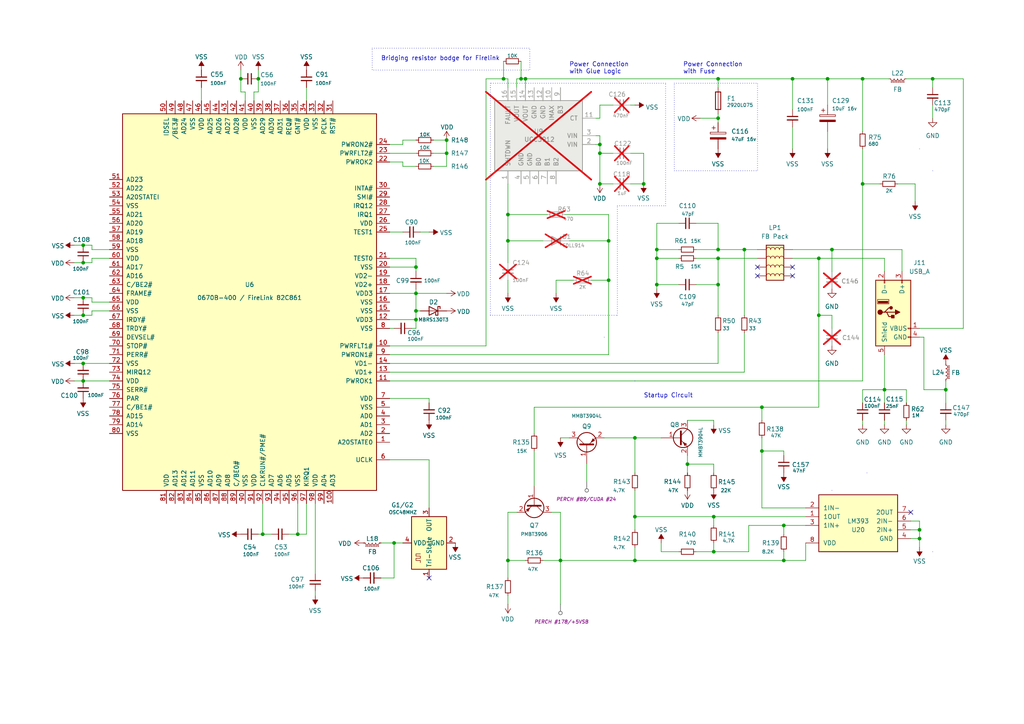
<source format=kicad_sch>
(kicad_sch (version 20230121) (generator eeschema)
  (paper "A4")
  (title_block (title "Power Macintosh G3 (Beige) Whisper Personality Card USB Mod") (date "2025-03-09") (rev "5") (company "Schematic by @croissantking on the 68kMLA forums with invaluable help from @phipli"))
  (junction (at 270.51 22.86))
  (junction (at 24.13 91.44))
  (junction (at 120.65 77.47))
  (junction (at 162.56 162.56))
  (junction (at 74.93 22.86))
  (junction (at 76.2 154.94))
  (junction (at 190.5 72.39))
  (junction (at 190.5 74.93))
  (junction (at 69.85 22.86))
  (junction (at 173.99 41.91))
  (junction (at 24.13 86.36))
  (junction (at 227.33 162.56))
  (junction (at 199.39 134.62))
  (junction (at 24.13 71.12))
  (junction (at 240.03 22.86))
  (junction (at 266.7 156.21))
  (junction (at 184.15 162.56))
  (junction (at 208.28 22.86))
  (junction (at 250.19 53.34))
  (junction (at 120.65 92.71))
  (junction (at 24.13 105.41))
  (junction (at 147.32 69.85))
  (junction (at 229.87 22.86))
  (junction (at 173.99 44.45))
  (junction (at 186.69 53.34))
  (junction (at 215.9 72.39))
  (junction (at 237.49 91.44))
  (junction (at 24.13 110.49))
  (junction (at 176.53 81.28))
  (junction (at 208.28 72.39))
  (junction (at 184.15 127))
  (junction (at 152.4 22.86))
  (junction (at 120.65 90.17))
  (junction (at 147.32 162.56))
  (junction (at 237.49 74.93))
  (junction (at 220.98 118.11))
  (junction (at 147.32 62.23))
  (junction (at 266.7 153.67))
  (junction (at 207.01 149.86))
  (junction (at 129.54 40.64))
  (junction (at 24.13 76.2))
  (junction (at 241.3 72.39))
  (junction (at 250.19 22.86))
  (junction (at 190.5 82.55))
  (junction (at 274.32 113.03))
  (junction (at 173.99 53.34))
  (junction (at 184.15 149.86))
  (junction (at 208.28 74.93))
  (junction (at 256.54 113.03))
  (junction (at 176.53 69.85))
  (junction (at 114.3 157.48))
  (junction (at 207.01 160.02))
  (junction (at 208.28 82.55))
  (junction (at 208.28 34.29))
  (junction (at 151.13 22.86))
  (junction (at 86.36 154.94))
  (junction (at 120.65 85.09))
  (junction (at 146.05 22.86))
  (junction (at 129.54 44.45))
  (junction (at 227.33 152.4))
  (junction (at 220.98 130.81))
  (no_connect (at 229.87 80.01))
  (no_connect (at 219.71 77.47))
  (no_connect (at 264.16 148.59))
  (no_connect (at 124.46 167.64))
  (no_connect (at 219.71 80.01))
  (no_connect (at 229.87 77.47))
  (wire (pts (xy 71.12 26.67) (xy 71.12 29.21)))
  (wire (pts (xy 157.48 162.56) (xy 162.56 162.56)))
  (wire (pts (xy 24.13 110.49) (xy 31.75 110.49)))
  (wire (pts (xy 229.87 74.93) (xy 237.49 74.93)))
  (wire (pts (xy 256.54 121.92) (xy 256.54 123.19)))
  (wire (pts (xy 274.32 123.19) (xy 274.32 121.92)))
  (wire (pts (xy 171.45 81.28) (xy 176.53 81.28)))
  (wire (pts (xy 152.4 22.86) (xy 152.4 25.4)))
  (wire (pts (xy 270.51 25.4) (xy 270.51 22.86)))
  (wire (pts (xy 184.15 30.48) (xy 182.88 30.48)))
  (wire (pts (xy 215.9 96.52) (xy 215.9 107.95)))
  (wire (pts (xy 24.13 86.36) (xy 26.67 86.36)))
  (wire (pts (xy 208.28 22.86) (xy 208.28 25.4)))
  (wire (pts (xy 190.5 72.39) (xy 190.5 74.93)))
  (wire (pts (xy 207.01 149.86) (xy 233.68 149.86)))
  (wire (pts (xy 21.59 91.44) (xy 24.13 91.44)))
  (wire (pts (xy 208.28 74.93) (xy 208.28 82.55)))
  (wire (pts (xy 170.18 139.7) (xy 170.18 134.62)))
  (wire (pts (xy 279.4 22.86) (xy 279.4 95.25)))
  (wire (pts (xy 250.19 116.84) (xy 250.19 113.03)))
  (wire (pts (xy 229.87 22.86) (xy 240.03 22.86)))
  (wire (pts (xy 163.83 62.23) (xy 176.53 62.23)))
  (wire (pts (xy 83.82 154.94) (xy 86.36 154.94)))
  (wire (pts (xy 24.13 71.12) (xy 26.67 71.12)))
  (wire (pts (xy 73.66 29.21) (xy 73.66 26.67)))
  (wire (pts (xy 184.15 127) (xy 191.77 127)))
  (wire (pts (xy 184.15 162.56) (xy 227.33 162.56)))
  (wire (pts (xy 129.54 40.64) (xy 129.54 44.45)))
  (wire (pts (xy 113.03 115.57) (xy 124.46 115.57)))
  (wire (pts (xy 147.32 172.72) (xy 147.32 175.26)))
  (polyline (pts (xy 193.04 59.69) (xy 193.04 24.13)) (stroke (width 0) (type dot)))
  (wire (pts (xy 173.99 30.48) (xy 177.8 30.48)))
  (wire (pts (xy 74.93 20.32) (xy 74.93 22.86)))
  (wire (pts (xy 237.49 74.93) (xy 237.49 91.44)))
  (wire (pts (xy 176.53 62.23) (xy 176.53 69.85)))
  (wire (pts (xy 270.51 22.86) (xy 279.4 22.86)))
  (wire (pts (xy 152.4 22.86) (xy 208.28 22.86)))
  (wire (pts (xy 151.13 22.86) (xy 152.4 22.86)))
  (wire (pts (xy 76.2 146.05) (xy 76.2 154.94)))
  (wire (pts (xy 113.03 107.95) (xy 215.9 107.95)))
  (wire (pts (xy 229.87 72.39) (xy 241.3 72.39)))
  (wire (pts (xy 113.03 105.41) (xy 208.28 105.41)))
  (wire (pts (xy 162.56 162.56) (xy 162.56 175.26)))
  (wire (pts (xy 74.93 154.94) (xy 76.2 154.94)))
  (wire (pts (xy 199.39 134.62) (xy 199.39 137.16)))
  (wire (pts (xy 250.19 43.18) (xy 250.19 53.34)))
  (wire (pts (xy 191.77 157.48) (xy 191.77 160.02)))
  (wire (pts (xy 274.32 113.03) (xy 274.32 110.49)))
  (wire (pts (xy 233.68 157.48) (xy 233.68 162.56)))
  (wire (pts (xy 177.8 53.34) (xy 173.99 53.34)))
  (wire (pts (xy 173.99 30.48) (xy 173.99 34.29)))
  (wire (pts (xy 69.85 26.67) (xy 71.12 26.67)))
  (wire (pts (xy 250.19 121.92) (xy 250.19 123.19)))
  (wire (pts (xy 113.03 44.45) (xy 120.65 44.45)))
  (wire (pts (xy 184.15 149.86) (xy 184.15 153.67)))
  (wire (pts (xy 26.67 91.44) (xy 24.13 91.44)))
  (wire (pts (xy 190.5 74.93) (xy 196.85 74.93)))
  (wire (pts (xy 220.98 147.32) (xy 233.68 147.32)))
  (wire (pts (xy 262.89 113.03) (xy 262.89 116.84)))
  (wire (pts (xy 207.01 160.02) (xy 207.01 157.48)))
  (wire (pts (xy 237.49 91.44) (xy 237.49 118.11)))
  (wire (pts (xy 146.05 22.86) (xy 140.97 22.86)))
  (wire (pts (xy 129.54 40.64) (xy 125.73 40.64)))
  (wire (pts (xy 26.67 74.93) (xy 31.75 74.93)))
  (polyline (pts (xy 142.24 24.13) (xy 142.24 91.44)) (stroke (width 0) (type dot)))
  (wire (pts (xy 162.56 148.59) (xy 162.56 162.56)))
  (wire (pts (xy 208.28 72.39) (xy 215.9 72.39)))
  (wire (pts (xy 21.59 110.49) (xy 24.13 110.49)))
  (wire (pts (xy 149.86 25.4) (xy 149.86 22.86)))
  (wire (pts (xy 173.99 34.29) (xy 172.72 34.29)))
  (wire (pts (xy 91.44 171.45) (xy 91.44 172.72)))
  (wire (pts (xy 266.7 156.21) (xy 266.7 158.75)))
  (wire (pts (xy 267.97 113.03) (xy 274.32 113.03)))
  (wire (pts (xy 154.94 130.81) (xy 154.94 140.97)))
  (wire (pts (xy 165.1 69.85) (xy 176.53 69.85)))
  (wire (pts (xy 229.87 22.86) (xy 229.87 31.75)))
  (wire (pts (xy 129.54 44.45) (xy 129.54 48.26)))
  (wire (pts (xy 116.84 40.64) (xy 120.65 40.64)))
  (wire (pts (xy 190.5 82.55) (xy 190.5 83.82)))
  (wire (pts (xy 227.33 152.4) (xy 227.33 154.94)))
  (wire (pts (xy 162.56 127) (xy 165.1 127)))
  (polyline (pts (xy 142.24 91.44) (xy 179.07 91.44)) (stroke (width 0) (type dot)))
  (wire (pts (xy 250.19 113.03) (xy 256.54 113.03)))
  (wire (pts (xy 184.15 127) (xy 184.15 137.16)))
  (wire (pts (xy 256.54 74.93) (xy 256.54 78.74)))
  (wire (pts (xy 147.32 62.23) (xy 147.32 69.85)))
  (wire (pts (xy 147.32 53.34) (xy 147.32 62.23)))
  (wire (pts (xy 173.99 41.91) (xy 173.99 44.45)))
  (wire (pts (xy 161.29 81.28) (xy 161.29 85.09)))
  (wire (pts (xy 208.28 82.55) (xy 208.28 91.44)))
  (wire (pts (xy 26.67 74.93) (xy 26.67 76.2)))
  (wire (pts (xy 147.32 62.23) (xy 158.75 62.23)))
  (wire (pts (xy 266.7 95.25) (xy 279.4 95.25)))
  (wire (pts (xy 199.39 134.62) (xy 199.39 132.08)))
  (wire (pts (xy 154.94 118.11) (xy 154.94 125.73)))
  (wire (pts (xy 207.01 134.62) (xy 207.01 137.16)))
  (wire (pts (xy 113.03 41.91) (xy 116.84 41.91)))
  (wire (pts (xy 201.93 160.02) (xy 207.01 160.02)))
  (wire (pts (xy 264.16 151.13) (xy 266.7 151.13)))
  (wire (pts (xy 147.32 148.59) (xy 149.86 148.59)))
  (wire (pts (xy 262.89 22.86) (xy 270.51 22.86)))
  (wire (pts (xy 182.88 44.45) (xy 186.69 44.45)))
  (wire (pts (xy 267.97 97.79) (xy 267.97 113.03)))
  (wire (pts (xy 266.7 153.67) (xy 266.7 156.21)))
  (wire (pts (xy 149.86 22.86) (xy 151.13 22.86)))
  (wire (pts (xy 190.5 82.55) (xy 196.85 82.55)))
  (wire (pts (xy 113.03 77.47) (xy 120.65 77.47)))
  (wire (pts (xy 21.59 76.2) (xy 24.13 76.2)))
  (wire (pts (xy 201.93 82.55) (xy 208.28 82.55)))
  (wire (pts (xy 240.03 22.86) (xy 250.19 22.86)))
  (wire (pts (xy 184.15 127) (xy 175.26 127)))
  (wire (pts (xy 184.15 158.75) (xy 184.15 162.56)))
  (wire (pts (xy 114.3 167.64) (xy 114.3 157.48)))
  (wire (pts (xy 177.8 44.45) (xy 173.99 44.45)))
  (wire (pts (xy 147.32 162.56) (xy 147.32 167.64)))
  (wire (pts (xy 120.65 90.17) (xy 120.65 92.71)))
  (wire (pts (xy 26.67 90.17) (xy 31.75 90.17)))
  (wire (pts (xy 147.32 25.4) (xy 147.32 22.86)))
  (wire (pts (xy 207.01 134.62) (xy 199.39 134.62)))
  (wire (pts (xy 113.03 92.71) (xy 120.65 92.71)))
  (wire (pts (xy 147.32 148.59) (xy 147.32 162.56)))
  (wire (pts (xy 186.69 44.45) (xy 186.69 53.34)))
  (wire (pts (xy 124.46 133.35) (xy 124.46 147.32)))
  (wire (pts (xy 113.03 110.49) (xy 250.19 110.49)))
  (wire (pts (xy 208.28 64.77) (xy 208.28 72.39)))
  (polyline (pts (xy 179.07 59.69) (xy 193.04 59.69)) (stroke (width 0) (type dot)))
  (wire (pts (xy 73.66 26.67) (xy 74.93 26.67)))
  (wire (pts (xy 240.03 30.48) (xy 240.03 22.86)))
  (wire (pts (xy 274.32 116.84) (xy 274.32 113.03)))
  (wire (pts (xy 250.19 22.86) (xy 257.81 22.86)))
  (wire (pts (xy 88.9 146.05) (xy 88.9 154.94)))
  (wire (pts (xy 116.84 46.99) (xy 113.03 46.99)))
  (wire (pts (xy 21.59 71.12) (xy 24.13 71.12)))
  (wire (pts (xy 146.05 17.78) (xy 146.05 22.86)))
  (wire (pts (xy 120.65 83.82) (xy 120.65 85.09)))
  (wire (pts (xy 154.94 118.11) (xy 220.98 118.11)))
  (wire (pts (xy 24.13 105.41) (xy 31.75 105.41)))
  (wire (pts (xy 241.3 72.39) (xy 261.62 72.39)))
  (polyline (pts (xy 193.04 24.13) (xy 142.24 24.13)) (stroke (width 0) (type dot)))
  (wire (pts (xy 125.73 48.26) (xy 129.54 48.26)))
  (wire (pts (xy 215.9 72.39) (xy 215.9 91.44)))
  (wire (pts (xy 237.49 91.44) (xy 241.3 91.44)))
  (wire (pts (xy 120.65 92.71) (xy 120.65 95.25)))
  (wire (pts (xy 256.54 113.03) (xy 256.54 116.84)))
  (wire (pts (xy 86.36 146.05) (xy 86.36 154.94)))
  (wire (pts (xy 241.3 95.25) (xy 241.3 91.44)))
  (wire (pts (xy 113.03 133.35) (xy 124.46 133.35)))
  (wire (pts (xy 260.35 53.34) (xy 265.43 53.34)))
  (wire (pts (xy 58.42 25.4) (xy 58.42 29.21)))
  (wire (pts (xy 190.5 72.39) (xy 196.85 72.39)))
  (wire (pts (xy 91.44 146.05) (xy 91.44 166.37)))
  (wire (pts (xy 120.65 74.93) (xy 120.65 77.47)))
  (wire (pts (xy 21.59 105.41) (xy 24.13 105.41)))
  (wire (pts (xy 116.84 40.64) (xy 116.84 41.91)))
  (wire (pts (xy 227.33 130.81) (xy 227.33 132.08)))
  (wire (pts (xy 265.43 53.34) (xy 265.43 58.42)))
  (wire (pts (xy 227.33 162.56) (xy 233.68 162.56)))
  (wire (pts (xy 261.62 72.39) (xy 261.62 78.74)))
  (wire (pts (xy 256.54 102.87) (xy 256.54 113.03)))
  (wire (pts (xy 113.03 67.31) (xy 116.84 67.31)))
  (wire (pts (xy 147.32 81.28) (xy 147.32 85.09)))
  (wire (pts (xy 250.19 53.34) (xy 250.19 110.49)))
  (wire (pts (xy 113.03 74.93) (xy 120.65 74.93)))
  (wire (pts (xy 74.93 22.86) (xy 74.93 26.67)))
  (polyline (pts (xy 179.07 91.44) (xy 179.07 59.69)) (stroke (width 0) (type dot)))
  (wire (pts (xy 116.84 48.26) (xy 116.84 46.99)))
  (wire (pts (xy 140.97 22.86) (xy 140.97 100.33)))
  (wire (pts (xy 266.7 151.13) (xy 266.7 153.67)))
  (wire (pts (xy 227.33 152.4) (xy 233.68 152.4)))
  (wire (pts (xy 88.9 25.4) (xy 88.9 29.21)))
  (wire (pts (xy 173.99 39.37) (xy 172.72 39.37)))
  (wire (pts (xy 26.67 90.17) (xy 26.67 91.44)))
  (wire (pts (xy 151.13 17.78) (xy 151.13 22.86)))
  (wire (pts (xy 120.65 95.25) (xy 119.38 95.25)))
  (wire (pts (xy 176.53 69.85) (xy 176.53 81.28)))
  (wire (pts (xy 201.93 72.39) (xy 208.28 72.39)))
  (wire (pts (xy 113.03 95.25) (xy 114.3 95.25)))
  (wire (pts (xy 196.85 160.02) (xy 191.77 160.02)))
  (wire (pts (xy 237.49 74.93) (xy 256.54 74.93)))
  (wire (pts (xy 110.49 157.48) (xy 114.3 157.48)))
  (wire (pts (xy 208.28 22.86) (xy 229.87 22.86)))
  (wire (pts (xy 69.85 22.86) (xy 69.85 26.67)))
  (wire (pts (xy 220.98 130.81) (xy 220.98 147.32)))
  (wire (pts (xy 220.98 127) (xy 220.98 130.81)))
  (wire (pts (xy 227.33 160.02) (xy 227.33 162.56)))
  (wire (pts (xy 121.92 90.17) (xy 120.65 90.17)))
  (wire (pts (xy 120.65 85.09) (xy 129.54 85.09)))
  (wire (pts (xy 256.54 113.03) (xy 262.89 113.03)))
  (wire (pts (xy 186.69 53.34) (xy 182.88 53.34)))
  (wire (pts (xy 208.28 96.52) (xy 208.28 105.41)))
  (wire (pts (xy 120.65 77.47) (xy 120.65 78.74)))
  (wire (pts (xy 110.49 167.64) (xy 114.3 167.64)))
  (wire (pts (xy 26.67 72.39) (xy 26.67 71.12)))
  (wire (pts (xy 262.89 121.92) (xy 262.89 123.19)))
  (wire (pts (xy 21.59 86.36) (xy 24.13 86.36)))
  (wire (pts (xy 76.2 154.94) (xy 78.74 154.94)))
  (wire (pts (xy 166.37 81.28) (xy 161.29 81.28)))
  (wire (pts (xy 215.9 72.39) (xy 219.71 72.39)))
  (wire (pts (xy 162.56 162.56) (xy 184.15 162.56)))
  (wire (pts (xy 208.28 33.02) (xy 208.28 34.29)))
  (wire (pts (xy 201.93 74.93) (xy 208.28 74.93)))
  (wire (pts (xy 160.02 148.59) (xy 162.56 148.59)))
  (wire (pts (xy 124.46 116.84) (xy 124.46 115.57)))
  (wire (pts (xy 31.75 72.39) (xy 26.67 72.39)))
  (wire (pts (xy 220.98 118.11) (xy 220.98 121.92)))
  (wire (pts (xy 26.67 87.63) (xy 26.67 86.36)))
  (wire (pts (xy 264.16 153.67) (xy 266.7 153.67)))
  (wire (pts (xy 120.65 85.09) (xy 120.65 90.17)))
  (wire (pts (xy 190.5 74.93) (xy 190.5 82.55)))
  (wire (pts (xy 208.28 74.93) (xy 219.71 74.93)))
  (wire (pts (xy 86.36 154.94) (xy 88.9 154.94)))
  (wire (pts (xy 199.39 121.92) (xy 207.01 121.92)))
  (wire (pts (xy 113.03 85.09) (xy 120.65 85.09)))
  (wire (pts (xy 190.5 64.77) (xy 196.85 64.77)))
  (wire (pts (xy 227.33 130.81) (xy 220.98 130.81)))
  (wire (pts (xy 173.99 39.37) (xy 173.99 41.91)))
  (wire (pts (xy 264.16 156.21) (xy 266.7 156.21)))
  (wire (pts (xy 217.17 160.02) (xy 217.17 152.4)))
  (wire (pts (xy 114.3 157.48) (xy 116.84 157.48)))
  (wire (pts (xy 173.99 44.45) (xy 173.99 53.34)))
  (wire (pts (xy 208.28 34.29) (xy 208.28 35.56)))
  (wire (pts (xy 176.53 81.28) (xy 176.53 102.87)))
  (wire (pts (xy 147.32 69.85) (xy 157.48 69.85)))
  (wire (pts (xy 173.99 41.91) (xy 172.72 41.91)))
  (wire (pts (xy 116.84 48.26) (xy 120.65 48.26)))
  (wire (pts (xy 229.87 36.83) (xy 229.87 43.18)))
  (wire (pts (xy 250.19 22.86) (xy 250.19 38.1)))
  (wire (pts (xy 113.03 100.33) (xy 140.97 100.33)))
  (wire (pts (xy 184.15 149.86) (xy 207.01 149.86)))
  (wire (pts (xy 121.92 67.31) (xy 124.46 67.31)))
  (wire (pts (xy 217.17 152.4) (xy 227.33 152.4)))
  (wire (pts (xy 184.15 142.24) (xy 184.15 149.86)))
  (wire (pts (xy 147.32 22.86) (xy 146.05 22.86)))
  (wire (pts (xy 240.03 38.1) (xy 240.03 43.18)))
  (wire (pts (xy 207.01 160.02) (xy 217.17 160.02)))
  (wire (pts (xy 220.98 118.11) (xy 237.49 118.11)))
  (wire (pts (xy 207.01 121.92) (xy 207.01 123.19)))
  (wire (pts (xy 190.5 64.77) (xy 190.5 72.39)))
  (wire (pts (xy 207.01 149.86) (xy 207.01 152.4)))
  (wire (pts (xy 270.51 30.48) (xy 270.51 34.29)))
  (wire (pts (xy 241.3 72.39) (xy 241.3 78.74)))
  (wire (pts (xy 147.32 162.56) (xy 152.4 162.56)))
  (wire (pts (xy 255.27 53.34) (xy 250.19 53.34)))
  (wire (pts (xy 147.32 69.85) (xy 147.32 76.2)))
  (wire (pts (xy 129.54 44.45) (xy 125.73 44.45)))
  (wire (pts (xy 201.93 64.77) (xy 208.28 64.77)))
  (wire (pts (xy 69.85 20.32) (xy 69.85 22.86)))
  (wire (pts (xy 113.03 102.87) (xy 176.53 102.87)))
  (wire (pts (xy 267.97 97.79) (xy 266.7 97.79)))
  (wire (pts (xy 203.2 34.29) (xy 208.28 34.29)))
  (wire (pts (xy 26.67 87.63) (xy 31.75 87.63)))
  (wire (pts (xy 26.67 76.2) (xy 24.13 76.2)))
  (rectangle (start 270.51 49.53) (end 270.51 49.53))
  (rectangle (start 142.24 25.4) (end 142.24 25.4))
  (rectangle (start 195.58 24.13) (end 219.71 49.53) (stroke (width 0) (type dot)))
  (rectangle (start 175.26 97.79) (end 175.26 97.79))
  (rectangle (start 107.95 13.97) (end 153.67 20.32) (stroke (width 0) (type dot)))
  (rectangle (start 184.15 110.49) (end 184.15 110.49))
  (rectangle (start 241.3 142.24) (end 241.3 142.24))
  (rectangle (start 270.51 160.02) (end 270.51 160.02))
  (rectangle (start 251.46 137.16) (end 251.46 137.16))
  (rectangle (start 113.03 67.31) (end 113.03 67.31))
  (rectangle (start 266.7 43.18) (end 266.7 43.18))
  (text "Startup Circuit" (at 186.69 115.57 0) (effects (font (size 1.27 1.27)) (justify left bottom)))
  (text "Power Connection\nwith Glue Logic" (at 165.1 21.59 0) (effects (font (size 1.27 1.27)) (justify left bottom)))
  (text "Power Connection\nwith Fuse" (at 198.12 21.59 0) (effects (font (size 1.27 1.27)) (justify left bottom)))
  (text "Bridging resistor bodge for Firelink" (at 110.49 17.78 0) (effects (font (size 1.27 1.27)) (justify left bottom)))
  (netclass_flag "" (length 2.54) (shape round) (at 170.18 139.7 180) (property "Netclass" "PERCH #89/CUDA #24" (at 161.29 144.78 0) (effects (font (size 1 1) italic) (justify left))))
  (netclass_flag "" (length 2.54) (shape round) (at 162.56 175.26 180) (property "Netclass" "PERCH #178/+5VSB" (at 154.94 180.34 0) (effects (font (size 1 1) italic) (justify left))))
  (symbol (lib_id "power:VDD") (at 173.99 53.34 180) (unit 1)
    (property "Reference" "#PWR012" (effects hide))
    (property "Value" "VDD" (at 175.8662 57.5502 0) (effects (justify left)))
  )
  (symbol (lib_id "Device:C_Small") (at 180.34 44.45 270) (unit 1) (dnp yes)
    (property "Reference" "C122" (at 178.0736 41.6361 90) (effects (justify left)))
    (property "Value" "100nF" (at 178.6893 47.2907 90) (effects (font (size 1 1)) (justify left)))
  )
  (symbol (lib_id "Transistor_BJT:MMBT3906") (at 154.94 146.05 270) (unit 1)
    (property "Reference" "Q7" (at 154.94 152.4 90))
    (property "Value" "PMBT3906" (at 154.94 154.94 90) (effects (font (size 1 1))))
    (property "Footprint" "Package_TO_SOT_SMD:SOT-23" (effects hide))
    (property "Datasheet" "https://www.onsemi.com/pub/Collateral/2N3906-D.PDF" (effects hide))
  )
  (symbol (lib_id "Transistor_BJT:MMBT3906") (at 170.18 129.54 90) (unit 1)
    (property "Reference" "Q9" (at 170.1799 123.6555 90))
    (property "Value" "MMBT3904L" (at 170.18 120.65 90) (effects (font (size 1 1))))
    (property "Footprint" "Package_TO_SOT_SMD:SOT-23" (effects hide))
    (property "Datasheet" "https://www.onsemi.com/pub/Collateral/2N3906-D.PDF" (effects hide))
  )
  (symbol (lib_id "Device:C_Small") (at 124.46 119.38 180) (unit 1)
    (property "Reference" "C92" (at 130.8014 119.0568 0) (effects (justify left)))
    (property "Value" "100nF" (at 131.1109 121.1465 0) (effects (font (size 1 1)) (justify left)))
  )
  (symbol (lib_id "power:VSS") (at 227.33 137.16 180) (unit 1)
    (property "Reference" "#PWR07" (effects hide))
    (property "Value" "VSS" (at 227.3309 141.2079 0))
  )
  (symbol (lib_id "power:VSS") (at 74.93 20.32 0) (unit 1)
    (property "Reference" "#PWR030" (effects hide))
    (property "Value" "VSS" (at 74.93 16.51 0))
  )
  (symbol (lib_id "Device:R_Small") (at 257.81 53.34 270) (unit 1)
    (property "Reference" "R76" (at 255.9613 51.1432 90) (effects (justify left)))
    (property "Value" "2K" (at 256.8505 55.3229 90) (effects (font (size 1 1)) (justify left)))
  )
  (symbol (lib_id "Device:R_Small") (at 147.32 170.18 180) (unit 1)
    (property "Reference" "R137" (at 146.05 170.18 0) (effects (justify left)))
    (property "Value" "47K" (at 144.78 172.72 0) (effects (font (size 1 1)) (justify left)))
  )
  (symbol (lib_id "Device:R_Small") (at 123.19 40.64 90) (unit 1)
    (property "Reference" "R148" (at 135.89 40.64 90) (effects (justify left)))
    (property "Value" "10K" (at 124.7672 39.048 90) (effects (font (size 1 1)) (justify left)))
  )
  (symbol (lib_id "power:VSS") (at 265.43 58.42 180) (unit 1)
    (property "Reference" "#PWR025" (effects hide))
    (property "Value" "VSS" (at 265.3969 62.8155 0))
  )
  (symbol (lib_id "Device:R_Small") (at 168.91 81.28 270) (unit 1) (dnp yes)
    (property "Reference" "R64" (at 167.0804 79.2699 90) (effects (justify left)))
    (property "Value" "2K" (at 167.9063 83.2509 90) (effects (font (size 1 1)) (justify left)))
  )
  (symbol (lib_id "power:VSS") (at 207.01 142.24 180) (unit 1)
    (property "Reference" "#PWR019" (effects hide))
    (property "Value" "VSS" (at 207.0126 146.571 0))
  )
  (symbol (lib_id "power:VSS") (at 190.5 83.82 180) (unit 1)
    (property "Reference" "#PWR017" (effects hide))
    (property "Value" "VSS" (at 190.4669 88.2155 0))
  )
  (symbol (lib_id "Device:R_Small") (at 123.19 48.26 90) (unit 1)
    (property "Reference" "R146" (at 135.89 48.26 90) (effects (justify left)))
    (property "Value" "10K" (at 124.6218 46.644 90) (effects (font (size 1 1)) (justify left)))
  )
  (symbol (lib_id "Connector:USB_A") (at 259.08 92.71 0) (unit 1)
    (property "Reference" "J11" (at 266.7 76.2 0))
    (property "Value" "USB_A" (at 266.7 78.74 0))
    (property "Datasheet" " ~" (effects hide))
  )
  (symbol (lib_id "power:VSS") (at 274.32 105.41 0) (unit 1)
    (property "Reference" "#PWR048" (effects hide))
    (property "Value" "VSS" (at 274.32 101.6 0))
  )
  (symbol (lib_id "power:VSS") (at 240.03 43.18 180) (unit 1)
    (property "Reference" "#PWR023" (effects hide))
    (property "Value" "VSS" (at 239.9969 47.5755 0))
  )
  (symbol (lib_id "Device:L_Pack04") (at 224.79 77.47 90) (mirror x) (unit 1)
    (property "Reference" "LP1" (at 224.79 66.04 90))
    (property "Value" "FB Pack" (at 224.79 68.58 90))
  )
  (symbol (lib_id "Device:R_Small") (at 154.94 162.56 270) (unit 1)
    (property "Reference" "R136" (at 152.4398 160.3613 90) (effects (justify left)))
    (property "Value" "47K" (at 153.035 165.1 90) (effects (font (size 1 1)) (justify left)))
  )
  (symbol (lib_name "GND_1") (lib_id "power:GND") (at 270.51 34.29 0) (unit 1)
    (property "Reference" "#PWR03" (effects hide))
    (property "Value" "GND" (at 270.51 39.37 0))
  )
  (symbol (lib_id "power:VSS") (at 21.59 91.44 90) (unit 1)
    (property "Reference" "#PWR033" (effects hide))
    (property "Value" "VSS" (at 18.6745 91.6437 90) (effects (justify left)))
  )
  (symbol (lib_id "Device:R_Small") (at 215.9 93.98 0) (unit 1)
    (property "Reference" "R43" (at 217.0199 93.0761 0) (effects (justify left)))
    (property "Value" "33" (at 217.17 95.25 0) (effects (font (size 1 1)) (justify left)))
  )
  (symbol (lib_id "power:VSS") (at 21.59 71.12 90) (unit 1)
    (property "Reference" "#PWR032" (effects hide))
    (property "Value" "VSS" (at 18.6745 71.3237 90) (effects (justify left)))
  )
  (symbol (lib_id "Device:C_Small") (at 256.54 119.38 0) (unit 1)
    (property "Reference" "C115" (at 256.9109 115.7713 0) (effects (justify left)))
    (property "Value" "25nF" (at 256.8996 117.7983 0) (effects (font (size 1 1)) (justify left)))
  )
  (symbol (lib_id "power:VSS") (at 147.32 85.09 180) (unit 1)
    (property "Reference" "#PWR015" (effects hide))
    (property "Value" "VSS" (at 147.2869 89.4855 0))
  )
  (symbol (lib_id "power:VSS") (at 162.56 127 180) (unit 1)
    (property "Reference" "#PWR038" (effects hide))
    (property "Value" "VSS" (at 162.56 132.08 0))
  )
  (symbol (lib_id "Device:R_Small") (at 262.89 119.38 0) (unit 1)
    (property "Reference" "R62" (at 264.2328 118.6372 0) (effects (justify left)))
    (property "Value" "1M" (at 264.4812 120.4817 0) (effects (font (size 1 1)) (justify left)))
  )
  (symbol (lib_id "Device:R_Small") (at 199.39 160.02 90) (unit 1)
    (property "Reference" "R140" (at 201.93 154.94 90) (effects (justify left)))
    (property "Value" "470" (at 201.93 157.48 90) (effects (font (size 1 1)) (justify left)))
  )
  (symbol (lib_id "power:VSS") (at 91.44 172.72 180) (unit 1)
    (property "Reference" "#PWR018" (effects hide))
    (property "Value" "VSS" (at 91.4069 177.1155 0))
  )
  (symbol (lib_id "power:VSS") (at 229.87 43.18 180) (unit 1)
    (property "Reference" "#PWR022" (effects hide))
    (property "Value" "VSS" (at 229.8369 47.5755 0))
  )
  (symbol (lib_id "power:VSS") (at 184.15 30.48 270) (unit 1)
    (property "Reference" "#PWR014" (effects hide))
    (property "Value" "VSS" (at 187.257 31.1185 90) (effects (justify left)))
  )
  (symbol (lib_id "Device:C_Small") (at 147.32 78.74 0) (unit 1) (dnp yes)
    (property "Reference" "C124" (at 148.59 76.2 0) (effects (justify left)))
    (property "Value" "100nF" (at 148.59 81.28 0) (effects (font (size 1 1)) (justify left)))
  )
  (symbol (lib_id "Device:L_Ferrite_Small") (at 260.35 22.86 270) (unit 1)
    (property "Reference" "L22" (at 258.5178 21.2185 90) (effects (justify left)))
    (property "Value" "FB" (at 259.0495 25.9373 90) (effects (justify left)))
  )
  (symbol (lib_id "Device:R_Small") (at 220.98 124.46 0) (unit 1)
    (property "Reference" "R138" (at 222.25 124.46 0) (effects (justify left)))
    (property "Value" "47K" (at 223.52 126.365 0) (effects (font (size 1 1)) (justify left)))
  )
  (symbol (lib_id "Device:D") (at 161.29 69.85 180) (unit 1) (dnp yes)
    (property "Reference" "D1" (at 164.3565 68.6776 0))
    (property "Value" "FDLL914" (at 169.5936 71.2052 0) (effects (font (size 1 1)) (justify left)))
    (property "Sim.Device" "D" (effects hide))
    (property "Sim.Pins" "1=K 2=A" (effects hide))
  )
  (symbol (lib_id "MCU_Texas:LM3S6911-IQC50") (at 64.77 80.01 90) (unit 1)
    (property "Reference" "U6" (at 72.39 82.55 90))
    (property "Value" "0670B-400 / FireLink 82C861" (at 72.39 86.36 90))
    (property "Footprint" "Package_QFP:LQFP-100_14x14mm_P0.5mm" (effects hide))
    (property "Datasheet" "http://www.bitsavers.org/components/cmd/MAN-000670-000_USB0670_673_PCI-USB_ASIC_Rev_1.8_199903.pdf" (effects hide))
  )
  (symbol (lib_id "Device:L_Ferrite_Small") (at 107.95 157.48 270) (unit 1)
    (property "Reference" "L18" (at 106.1517 156.2574 90) (effects (justify left)))
    (property "Value" "FB" (at 106.7269 160.0442 90) (effects (justify left)))
  )
  (symbol (lib_id "Device:C_Small") (at 88.9 22.86 0) (unit 1)
    (property "Reference" "C91" (at 91.44 21.59 0) (effects (justify left)))
    (property "Value" "100nF" (at 91.44 24.13 0) (effects (font (size 1 1)) (justify left)))
  )
  (symbol (lib_id "Device:R_Small") (at 199.39 74.93 270) (unit 1)
    (property "Reference" "R5" (at 195.7797 77.3439 90) (effects (justify left)))
    (property "Value" "15K" (at 200.2803 77.2702 90) (effects (font (size 1 1)) (justify left)))
  )
  (symbol (lib_id "Device:C_Small") (at 91.44 168.91 180) (unit 1)
    (property "Reference" "C97" (at 88.1812 168.0678 0) (effects (justify left)))
    (property "Value" "100nF" (at 88.4453 170.141 0) (effects (font (size 1 1)) (justify left)))
  )
  (symbol (lib_name "GND_1") (lib_id "power:GND") (at 241.3 100.33 0) (unit 1)
    (property "Reference" "#PWR021" (effects hide))
    (property "Value" "GND" (at 241.3 105.41 0))
  )
  (symbol (lib_id "power:VSS") (at 69.85 154.94 90) (unit 1)
    (property "Reference" "#PWR036" (effects hide))
    (property "Value" "VSS" (at 66.9345 155.1437 90) (effects (justify left)))
  )
  (symbol (lib_id "Device:R_Small") (at 199.39 139.7 180) (unit 1)
    (property "Reference" "R144" (at 197.6184 139.6883 0) (effects (justify left)))
    (property "Value" "47K" (at 196.85 142.24 0) (effects (font (size 1 1)) (justify left)))
  )
  (symbol (lib_id "power:VSS") (at 191.77 157.48 0) (unit 1)
    (property "Reference" "#PWR028" (effects hide))
    (property "Value" "VSS" (at 191.77 153.67 0))
  )
  (symbol (lib_id "Device:R_Small") (at 161.29 62.23 90) (unit 1) (dnp yes)
    (property "Reference" "R63" (at 165.5925 60.6875 90) (effects (justify left)))
    (property "Value" "470" (at 166.37 63.5 90) (effects (font (size 1 1)) (justify left)))
  )
  (symbol (lib_name "LTC1865-S8_1") (lib_id "Analog_ADC:LTC1865-S8") (at 149.86 35.56 0) (unit 1) (dnp yes)
    (property "Reference" "U9" (at 156.21 38.1 0))
    (property "Value" "UCC3912" (at 151.9995 40.4433 0) (effects (justify left)))
    (property "Footprint" "Package_SO:SOIC-8_3.9x4.9mm_P1.27mm" (effects hide))
    (property "Datasheet" "https://www.analog.com/media/en/technical-documentation/data-sheets/18645fb.pdf" (effects hide))
  )
  (symbol (lib_id "Device:C_Small") (at 24.13 73.66 180) (unit 1)
    (property "Reference" "C108" (at 26.1779 69.5144 0) (effects (justify left)))
    (property "Value" "100nF" (at 25.8525 77.9759 0) (effects (font (size 1 1)) (justify left)))
  )
  (symbol (lib_id "power:VSS") (at 88.9 20.32 0) (unit 1)
    (property "Reference" "#PWR029" (effects hide))
    (property "Value" "VSS" (at 88.9 16.51 0))
  )
  (symbol (lib_id "Device:C_Small") (at 24.13 107.95 180) (unit 1)
    (property "Reference" "C98" (at 25.8599 102.0636 0) (effects (justify left)))
    (property "Value" "100nF" (at 25.8599 103.846 0) (effects (font (size 1 1)) (justify left)))
  )
  (symbol (lib_id "Device:R_Small") (at 184.15 139.7 0) (unit 1)
    (property "Reference" "R143" (at 177.8 139.7 0) (effects (justify left)))
    (property "Value" "4.7K" (at 177.8 142.24 0) (effects (font (size 1 1)) (justify left)))
  )
  (symbol (lib_name "C_Polarized_1") (lib_id "Device:C_Polarized") (at 208.28 39.37 0) (unit 1)
    (property "Reference" "C116" (at 212.09 38.1 0) (effects (justify left)))
    (property "Value" "47uF 16v" (at 212.09 40.386 0) (effects (font (size 1 1)) (justify left)))
  )
  (symbol (lib_id "Device:R_Small") (at 207.01 139.7 180) (unit 1)
    (property "Reference" "R145" (at 213.3336 139.775 0) (effects (justify left)))
    (property "Value" "22K" (at 212.09 142.24 0) (effects (font (size 1 1)) (justify left)))
  )
  (symbol (lib_id "power:VSS") (at 124.46 67.31 270) (unit 1)
    (property "Reference" "#PWR09" (effects hide))
    (property "Value" "VSS" (at 127.5353 67.5027 90) (effects (justify left)))
  )
  (symbol (lib_id "power:VSS") (at 58.42 20.32 0) (unit 1)
    (property "Reference" "#PWR031" (effects hide))
    (property "Value" "VSS" (at 58.42 16.51 0))
  )
  (symbol (lib_id "Device:R_Small") (at 148.59 17.78 90) (unit 1)
    (property "Reference" "R1" (effects hide))
    (property "Value" "10K" (at 150.1672 16.188 90) (effects (font (size 1 1)) (justify left)))
  )
  (symbol (lib_id "Device:C_Small") (at 241.3 81.28 0) (unit 1) (dnp yes)
    (property "Reference" "C146" (at 243.9665 81.5497 0) (effects (justify left)))
    (property "Value" "???" (effects hide))
  )
  (symbol (lib_id "power:VSS") (at 161.29 85.09 180) (unit 1)
    (property "Reference" "#PWR016" (effects hide))
    (property "Value" "VSS" (at 161.2569 89.4855 0))
  )
  (symbol (lib_id "power:VDD") (at 147.32 175.26 180) (unit 1)
    (property "Reference" "#PWR040" (effects hide))
    (property "Value" "VDD" (at 149.1794 179.5701 0) (effects (justify left)))
  )
  (symbol (lib_id "Device:R_Small") (at 250.19 40.64 0) (unit 1)
    (property "Reference" "R75" (at 251.82 39.8404 0) (effects (justify left)))
    (property "Value" "680" (at 251.82 41.7454 0) (effects (font (size 1 1)) (justify left)))
  )
  (symbol (lib_id "power:VDD") (at 199.39 142.24 180) (unit 1)
    (property "Reference" "#PWR047" (effects hide))
    (property "Value" "VDD" (at 201.3249 146.6143 0) (effects (justify left)))
  )
  (symbol (lib_id "Device:R_Small") (at 184.15 156.21 0) (unit 1)
    (property "Reference" "R142" (at 177.8 156.21 0) (effects (justify left)))
    (property "Value" "4.7K" (at 177.8 158.75 0) (effects (font (size 1 1)) (justify left)))
  )
  (symbol (lib_id "Device:R_Small") (at 227.33 157.48 0) (unit 1)
    (property "Reference" "R139" (at 220.98 157.48 0) (effects (justify left)))
    (property "Value" "8.2K" (at 220.98 160.02 0) (effects (font (size 1 1)) (justify left)))
  )
  (symbol (lib_id "Device:R_Small") (at 199.39 72.39 270) (unit 1)
    (property "Reference" "R61" (at 195.58 69.85 90) (effects (justify left)))
    (property "Value" "15K" (at 200.2803 69.8922 90) (effects (font (size 1 1)) (justify left)))
  )
  (symbol (lib_id "Device:C_Polarized") (at 240.03 34.29 0) (unit 1)
    (property "Reference" "C129" (at 241.3 29.21 0) (effects (justify left)))
    (property "Value" "10uF 16v" (at 241.3 31.496 0) (effects (font (size 1 1)) (justify left)))
  )
  (symbol (lib_id "Device:C_Small") (at 199.39 64.77 270) (unit 1)
    (property "Reference" "C110" (at 199.39 59.69 90))
    (property "Value" "47pF" (at 197.639 62.0392 90) (effects (font (size 1 1)) (justify left)))
  )
  (symbol (lib_id "Device:C_Small") (at 180.34 30.48 90) (unit 1) (dnp yes)
    (property "Reference" "C126" (at 181.56 27.3671 90) (effects (justify left)))
    (property "Value" "470nF" (at 182.5102 33.5597 90) (effects (font (size 1 1)) (justify left)))
  )
  (symbol (lib_id "Device:R_Small") (at 123.19 44.45 90) (unit 1)
    (property "Reference" "R147" (at 135.89 44.45 90) (effects (justify left)))
    (property "Value" "10K" (at 124.7409 42.8322 90) (effects (font (size 1 1)) (justify left)))
  )
  (symbol (lib_id "power:VDD") (at 105.41 157.48 90) (unit 1)
    (property "Reference" "#PWR041" (effects hide))
    (property "Value" "VDD" (at 101.966 157.6462 90) (effects (justify left)))
  )
  (symbol (lib_id "power:VSS") (at 24.13 115.57 180) (unit 1)
    (property "Reference" "#PWR035" (effects hide))
    (property "Value" "VSS" (at 24.0969 119.9655 0))
  )
  (symbol (lib_id "Device:C_Small") (at 24.13 113.03 180) (unit 1)
    (property "Reference" "C100" (at 22.6473 114.6991 0) (effects (justify left)))
    (property "Value" "100nF" (at 30.1984 114.6311 0) (effects (font (size 1 1)) (justify left)))
  )
  (symbol (lib_id "power:VDD") (at 21.59 110.49 90) (unit 1)
    (property "Reference" "#PWR042" (effects hide))
    (property "Value" "VDD" (at 18.6877 110.6591 90) (effects (justify left)))
  )
  (symbol (lib_id "power:VSS") (at 266.7 158.75 180) (unit 1)
    (property "Reference" "#PWR020" (effects hide))
    (property "Value" "VSS" (at 266.7009 162.7979 0))
  )
  (symbol (lib_id "Analog_ADC:LM393") (at 243.84 151.13 270) (unit 1)
    (property "Reference" "U20" (at 248.92 153.67 90))
    (property "Value" "LM393" (at 248.92 151.13 90))
    (property "Footprint" "Package_SO:SOIC-8_3.9x4.9mm_P1.27mm" (effects hide))
    (property "Datasheet" "https://www.analog.com/media/en/technical-documentation/data-sheets/18645fb.pdf" (effects hide))
  )
  (symbol (lib_id "Device:R_Small") (at 154.94 128.27 0) (unit 1)
    (property "Reference" "R135" (at 148.59 128.27 0) (effects (justify left)))
    (property "Value" "15K" (at 149.86 130.81 0) (effects (font (size 1 1)) (justify left)))
  )
  (symbol (lib_id "Device:C_Small") (at 58.42 22.86 0) (unit 1)
    (property "Reference" "C55" (at 60.96 21.59 0) (effects (justify left)))
    (property "Value" "100nF" (at 60.96 24.13 0) (effects (font (size 1 1)) (justify left)))
  )
  (symbol (lib_id "Device:C_Small") (at 199.39 82.55 270) (unit 1)
    (property "Reference" "C109" (at 199.3949 86.0814 90))
    (property "Value" "47pF" (at 197.5639 88.2048 90) (effects (font (size 1 1)) (justify left)))
  )
  (symbol (lib_id "Device:C_Small") (at 107.95 167.64 90) (unit 1)
    (property "Reference" "C106" (at 110.1518 164.7376 90) (effects (justify left)))
    (property "Value" "100nF" (at 110.2908 170.7848 90) (effects (font (size 1 1)) (justify left)))
  )
  (symbol (lib_id "power:VDD") (at 21.59 86.36 90) (unit 1)
    (property "Reference" "#PWR043" (effects hide))
    (property "Value" "VDD" (at 18.6877 86.5291 90) (effects (justify left)))
  )
  (symbol (lib_name "GND_1") (lib_id "power:GND") (at 256.54 123.19 0) (unit 1)
    (property "Reference" "#PWR02" (effects hide))
    (property "Value" "GND" (at 256.54 128.27 0))
  )
  (symbol (lib_name "GND_1") (lib_id "power:GND") (at 274.32 123.19 0) (unit 1)
    (property "Reference" "#PWR05" (effects hide))
    (property "Value" "GND" (at 274.32 128.27 0))
  )
  (symbol (lib_id "Device:Fuse") (at 208.28 29.21 0) (unit 1)
    (property "Reference" "F1" (at 210.82 28.575 0) (effects (justify left)))
    (property "Value" "2920L075" (at 210.82 30.48 0) (effects (font (size 1 1)) (justify left)))
  )
  (symbol (lib_name "GND_1") (lib_id "power:GND") (at 241.3 83.82 0) (unit 1)
    (property "Reference" "#PWR06" (effects hide))
    (property "Value" "GND" (at 241.3 88.9 0))
  )
  (symbol (lib_id "Device:C_Small") (at 116.84 95.25 270) (unit 1)
    (property "Reference" "C96" (at 118.11 96.52 90) (effects (justify left)))
    (property "Value" "100nF" (at 118.1562 98.3253 90) (effects (font (size 1 1)) (justify left)))
  )
  (symbol (lib_id "power:VSS") (at 21.59 105.41 90) (unit 1)
    (property "Reference" "#PWR034" (effects hide))
    (property "Value" "VSS" (at 18.6745 105.6137 90) (effects (justify left)))
  )
  (symbol (lib_id "power:VDD") (at 69.85 20.32 0) (unit 1)
    (property "Reference" "#PWR046" (effects hide))
    (property "Value" "VDD" (at 68.0466 16.5792 0) (effects (justify left)))
  )
  (symbol (lib_id "Device:L_Ferrite_Small") (at 274.32 107.95 0) (unit 1)
    (property "Reference" "L24" (at 270.2616 108.0306 0) (effects (justify left)))
    (property "Value" "FB" (at 275.908 108.0894 0) (effects (justify left)))
  )
  (symbol (lib_id "Device:D_Schottky") (at 125.73 90.17 0) (mirror y) (unit 1)
    (property "Reference" "D2" (at 125.73 87.63 0))
    (property "Value" "MBRS130T3" (at 125.73 92.71 0) (effects (font (size 1 1))))
  )
  (symbol (lib_id "power:VSS") (at 208.28 43.18 180) (unit 1)
    (property "Reference" "#PWR024" (effects hide))
    (property "Value" "VSS" (at 208.2469 47.5755 0))
  )
  (symbol (lib_id "Device:C_Small") (at 72.39 22.86 270) (unit 1)
    (property "Reference" "C56" (at 75.4885 21.7133 90) (effects (justify left)))
    (property "Value" "100nF" (at 75.4885 24.2533 90) (effects (font (size 1 1)) (justify left)))
  )
  (symbol (lib_id "power:VSS") (at 132.08 157.48 180) (unit 1)
    (property "Reference" "#PWR027" (effects hide))
    (property "Value" "VSS" (at 133.8411 161.6439 0) (effects (justify left)))
  )
  (symbol (lib_id "Device:C_Small") (at 119.38 67.31 270) (unit 1)
    (property "Reference" "C90" (at 117.3954 64.4516 90) (effects (justify left)))
    (property "Value" "100nF" (at 117.3954 70.3831 90) (effects (font (size 1 1)) (justify left)))
  )
  (symbol (lib_id "Device:R_Small") (at 207.01 154.94 0) (unit 1)
    (property "Reference" "R141" (at 208.28 154.94 0) (effects (justify left)))
    (property "Value" "4.7K" (at 209.55 156.845 0) (effects (font (size 1 1)) (justify left)))
  )
  (symbol (lib_name "VDD_1") (lib_id "power:VDD") (at 129.54 85.09 270) (unit 1)
    (property "Reference" "#PWR010" (effects hide))
    (property "Value" "VDD3" (at 132.5052 85.257 90) (effects (justify left)))
  )
  (symbol (lib_id "power:VDD") (at 129.54 90.17 270) (unit 1)
    (property "Reference" "#PWR08" (effects hide))
    (property "Value" "VDD" (at 132.558 90.3783 90) (effects (justify left)))
  )
  (symbol (lib_id "Device:C_Small") (at 229.87 34.29 0) (unit 1)
    (property "Reference" "C131" (at 231.14 29.21 0) (effects (justify left)))
    (property "Value" "100nF" (at 231.14 31.75 0) (effects (font (size 1 1)) (justify left)))
  )
  (symbol (lib_id "Transistor_BJT:MMBT3906") (at 196.85 127 0) (unit 1)
    (property "Reference" "Q8" (at 194.31 123.19 0) (effects (justify left)))
    (property "Value" "MMBT3904L" (at 203.2 128.27 90) (effects (font (size 1 1))))
    (property "Footprint" "Package_TO_SOT_SMD:SOT-23" (effects hide))
    (property "Datasheet" "https://www.onsemi.com/pub/Collateral/2N3906-D.PDF" (effects hide))
  )
  (symbol (lib_id "power:VSS") (at 207.01 123.19 180) (unit 1)
    (property "Reference" "#PWR039" (effects hide))
    (property "Value" "VSS" (at 210.2038 124.899 0))
  )
  (symbol (lib_id "Device:C_Small") (at 180.34 53.34 270) (unit 1) (dnp yes)
    (property "Reference" "C118" (at 177.7748 50.5014 90) (effects (justify left)))
    (property "Value" "1uF" (at 179.0035 56.0505 90) (effects (font (size 1 1)) (justify left)))
  )
  (symbol (lib_id "Device:C_Small") (at 72.39 154.94 270) (unit 1)
    (property "Reference" "C54" (at 70.4866 158.6799 90) (effects (justify left)))
    (property "Value" "100nF" (at 70.4127 160.7765 90) (effects (font (size 1 1)) (justify left)))
  )
  (symbol (lib_id "Device:C_Small") (at 227.33 134.62 0) (unit 1)
    (property "Reference" "C157" (at 229.6794 134.7948 0) (effects (justify left)))
    (property "Value" "47nF" (at 229.87 136.5313 0) (effects (font (size 1 1)) (justify left)))
  )
  (symbol (lib_id "Device:C_Small") (at 274.32 119.38 0) (unit 1)
    (property "Reference" "C147" (at 276.2158 118.2778 0) (effects (justify left)))
    (property "Value" "470pF" (at 276.4793 120.1709 0) (effects (font (size 1 1)) (justify left)))
  )
  (symbol (lib_id "Device:C_Small") (at 24.13 88.9 180) (unit 1)
    (property "Reference" "C101" (at 26.1779 84.7544 0) (effects (justify left)))
    (property "Value" "100nF" (at 25.8525 93.2159 0) (effects (font (size 1 1)) (justify left)))
  )
  (symbol (lib_id "Device:C_Small") (at 120.65 81.28 0) (unit 1)
    (property "Reference" "C99" (at 114.8113 81.3985 0) (effects (justify left)))
    (property "Value" "100nF" (at 122.9529 81.3985 0) (effects (font (size 1 1)) (justify left)))
  )
  (symbol (lib_name "GND_1") (lib_id "power:GND") (at 250.19 123.19 0) (unit 1)
    (property "Reference" "#PWR01" (effects hide))
    (property "Value" "GND" (at 250.19 128.27 0))
  )
  (symbol (lib_id "power:VDD") (at 21.59 76.2 90) (unit 1)
    (property "Reference" "#PWR044" (effects hide))
    (property "Value" "VDD" (at 18.6877 76.3691 90) (effects (justify left)))
  )
  (symbol (lib_id "Device:C_Small") (at 250.19 119.38 0) (unit 1)
    (property "Reference" "C114" (at 250.5181 115.8554 0) (effects (justify left)))
    (property "Value" "100nF" (at 250.6208 117.7503 0) (effects (font (size 1 1)) (justify left)))
  )
  (symbol (lib_name "GND_1") (lib_id "power:GND") (at 262.89 123.19 0) (unit 1)
    (property "Reference" "#PWR04" (effects hide))
    (property "Value" "GND" (at 262.89 128.27 0))
  )
  (symbol (lib_id "Oscillator:ASCO") (at 124.46 157.48 90) (unit 1)
    (property "Reference" "G1/G2" (at 116.7178 146.4786 90))
    (property "Value" "OSC48MHZ" (at 116.84 148.59 90) (effects (font (size 1 1))))
    (property "Footprint" "Oscillator:Oscillator_SMD_Abracon_ASCO-4Pin_1.6x1.2mm" (effects hide))
    (property "Datasheet" "https://abracon.com/Oscillators/ASCO.pdf" (effects hide))
  )
  (symbol (lib_id "Device:C_Small") (at 270.51 27.94 0) (unit 1)
    (property "Reference" "C113" (at 270.7825 29.8463 0) (effects (justify left)))
    (property "Value" "470pF" (at 270.9281 31.785 0) (effects (font (size 1 1)) (justify left)))
  )
  (symbol (lib_id "Device:C_Small") (at 241.3 97.79 0) (unit 1) (dnp yes)
    (property "Reference" "C144" (at 244.2124 97.9499 0) (effects (justify left)))
    (property "Value" "???" (effects hide))
  )
  (symbol (lib_id "power:VSS") (at 105.41 167.64 90) (unit 1)
    (property "Reference" "#PWR037" (effects hide))
    (property "Value" "VSS" (at 102.4945 167.8437 90) (effects (justify left)))
  )
  (symbol (lib_id "power:VSS") (at 186.69 53.34 180) (unit 1)
    (property "Reference" "#PWR013" (effects hide))
    (property "Value" "VSS" (at 186.6539 57.4851 0))
  )
  (symbol (lib_id "power:VDD") (at 203.2 34.29 90) (unit 1)
    (property "Reference" "#PWR045" (effects hide))
    (property "Value" "VDD" (at 200.2977 34.4591 90) (effects (justify left)))
  )
  (symbol (lib_id "power:VSS") (at 124.46 121.92 180) (unit 1)
    (property "Reference" "#PWR026" (effects hide))
    (property "Value" "VSS" (at 124.4269 126.3155 0))
  )
  (symbol (lib_id "Device:C_Small") (at 81.28 154.94 270) (unit 1)
    (property "Reference" "C53" (at 79.5172 158.6799 90) (effects (justify left)))
    (property "Value" "100nF" (at 79.4433 160.7765 90) (effects (font (size 1 1)) (justify left)))
  )
  (symbol (lib_id "Device:R_Small") (at 208.28 93.98 0) (unit 1)
    (property "Reference" "R50" (at 209.4677 93.0729 0) (effects (justify left)))
    (property "Value" "33" (at 209.55 95.25 0) (effects (font (size 1 1)) (justify left)))
  )
  (symbol (lib_id "power:VDD") (at 129.54 40.64 0) (unit 1)
    (property "Reference" "#PWR049" (effects hide))
    (property "Value" "VDD" (at 127.7366 36.8992 0) (effects (justify left)))
  )
)
</source>
